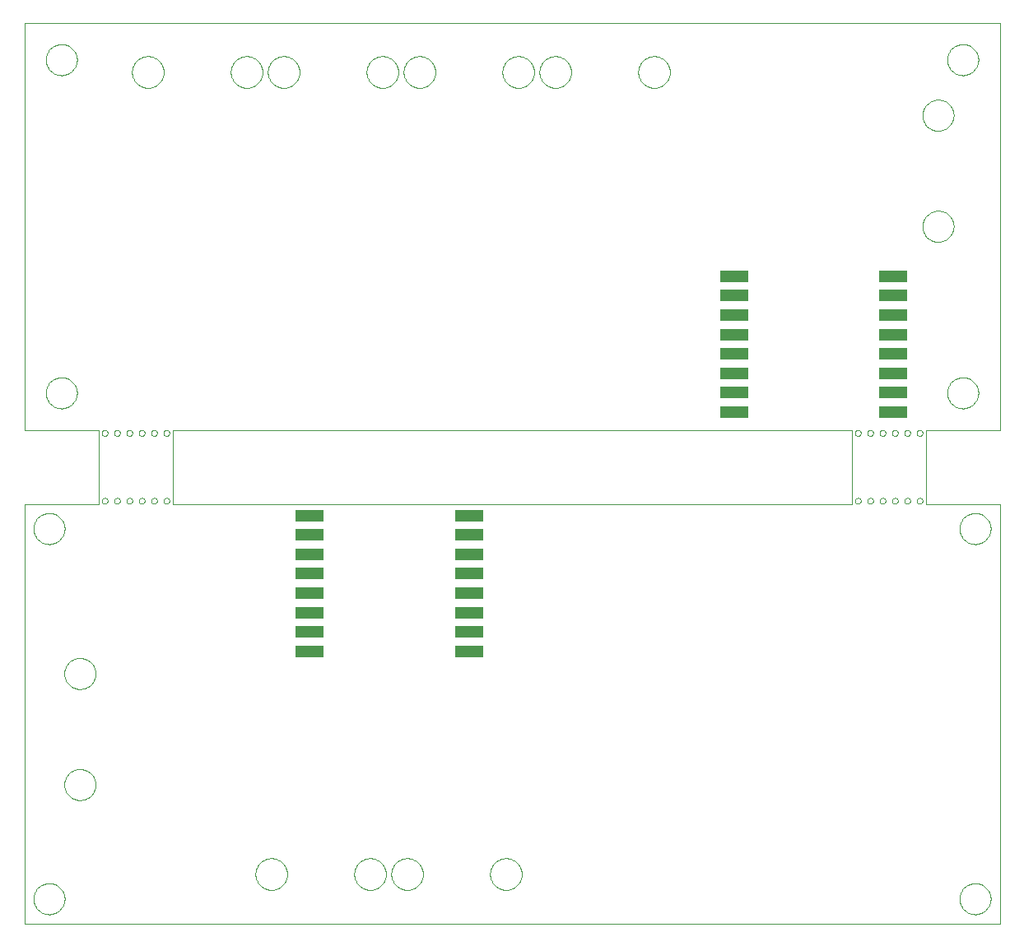
<source format=gbp>
G75*
G70*
%OFA0B0*%
%FSLAX24Y24*%
%IPPOS*%
%LPD*%
%AMOC8*
5,1,8,0,0,1.08239X$1,22.5*
%
%ADD10C,0.0000*%
%ADD11R,0.1181X0.0472*%
D10*
X002142Y009407D02*
X002142Y026407D01*
X005142Y026407D01*
X005142Y029407D01*
X002142Y029407D01*
X002142Y045907D01*
X041642Y045907D01*
X041642Y029407D01*
X038642Y029407D01*
X038642Y026407D01*
X041642Y026407D01*
X041642Y009407D01*
X002142Y009407D01*
X002512Y010407D02*
X002514Y010457D01*
X002520Y010507D01*
X002530Y010556D01*
X002544Y010604D01*
X002561Y010651D01*
X002582Y010696D01*
X002607Y010740D01*
X002635Y010781D01*
X002667Y010820D01*
X002701Y010857D01*
X002738Y010891D01*
X002778Y010921D01*
X002820Y010948D01*
X002864Y010972D01*
X002910Y010993D01*
X002957Y011009D01*
X003005Y011022D01*
X003055Y011031D01*
X003104Y011036D01*
X003155Y011037D01*
X003205Y011034D01*
X003254Y011027D01*
X003303Y011016D01*
X003351Y011001D01*
X003397Y010983D01*
X003442Y010961D01*
X003485Y010935D01*
X003526Y010906D01*
X003565Y010874D01*
X003601Y010839D01*
X003633Y010801D01*
X003663Y010761D01*
X003690Y010718D01*
X003713Y010674D01*
X003732Y010628D01*
X003748Y010580D01*
X003760Y010531D01*
X003768Y010482D01*
X003772Y010432D01*
X003772Y010382D01*
X003768Y010332D01*
X003760Y010283D01*
X003748Y010234D01*
X003732Y010186D01*
X003713Y010140D01*
X003690Y010096D01*
X003663Y010053D01*
X003633Y010013D01*
X003601Y009975D01*
X003565Y009940D01*
X003526Y009908D01*
X003485Y009879D01*
X003442Y009853D01*
X003397Y009831D01*
X003351Y009813D01*
X003303Y009798D01*
X003254Y009787D01*
X003205Y009780D01*
X003155Y009777D01*
X003104Y009778D01*
X003055Y009783D01*
X003005Y009792D01*
X002957Y009805D01*
X002910Y009821D01*
X002864Y009842D01*
X002820Y009866D01*
X002778Y009893D01*
X002738Y009923D01*
X002701Y009957D01*
X002667Y009994D01*
X002635Y010033D01*
X002607Y010074D01*
X002582Y010118D01*
X002561Y010163D01*
X002544Y010210D01*
X002530Y010258D01*
X002520Y010307D01*
X002514Y010357D01*
X002512Y010407D01*
X003762Y015032D02*
X003764Y015082D01*
X003770Y015132D01*
X003780Y015181D01*
X003794Y015229D01*
X003811Y015276D01*
X003832Y015321D01*
X003857Y015365D01*
X003885Y015406D01*
X003917Y015445D01*
X003951Y015482D01*
X003988Y015516D01*
X004028Y015546D01*
X004070Y015573D01*
X004114Y015597D01*
X004160Y015618D01*
X004207Y015634D01*
X004255Y015647D01*
X004305Y015656D01*
X004354Y015661D01*
X004405Y015662D01*
X004455Y015659D01*
X004504Y015652D01*
X004553Y015641D01*
X004601Y015626D01*
X004647Y015608D01*
X004692Y015586D01*
X004735Y015560D01*
X004776Y015531D01*
X004815Y015499D01*
X004851Y015464D01*
X004883Y015426D01*
X004913Y015386D01*
X004940Y015343D01*
X004963Y015299D01*
X004982Y015253D01*
X004998Y015205D01*
X005010Y015156D01*
X005018Y015107D01*
X005022Y015057D01*
X005022Y015007D01*
X005018Y014957D01*
X005010Y014908D01*
X004998Y014859D01*
X004982Y014811D01*
X004963Y014765D01*
X004940Y014721D01*
X004913Y014678D01*
X004883Y014638D01*
X004851Y014600D01*
X004815Y014565D01*
X004776Y014533D01*
X004735Y014504D01*
X004692Y014478D01*
X004647Y014456D01*
X004601Y014438D01*
X004553Y014423D01*
X004504Y014412D01*
X004455Y014405D01*
X004405Y014402D01*
X004354Y014403D01*
X004305Y014408D01*
X004255Y014417D01*
X004207Y014430D01*
X004160Y014446D01*
X004114Y014467D01*
X004070Y014491D01*
X004028Y014518D01*
X003988Y014548D01*
X003951Y014582D01*
X003917Y014619D01*
X003885Y014658D01*
X003857Y014699D01*
X003832Y014743D01*
X003811Y014788D01*
X003794Y014835D01*
X003780Y014883D01*
X003770Y014932D01*
X003764Y014982D01*
X003762Y015032D01*
X003762Y019532D02*
X003764Y019582D01*
X003770Y019632D01*
X003780Y019681D01*
X003794Y019729D01*
X003811Y019776D01*
X003832Y019821D01*
X003857Y019865D01*
X003885Y019906D01*
X003917Y019945D01*
X003951Y019982D01*
X003988Y020016D01*
X004028Y020046D01*
X004070Y020073D01*
X004114Y020097D01*
X004160Y020118D01*
X004207Y020134D01*
X004255Y020147D01*
X004305Y020156D01*
X004354Y020161D01*
X004405Y020162D01*
X004455Y020159D01*
X004504Y020152D01*
X004553Y020141D01*
X004601Y020126D01*
X004647Y020108D01*
X004692Y020086D01*
X004735Y020060D01*
X004776Y020031D01*
X004815Y019999D01*
X004851Y019964D01*
X004883Y019926D01*
X004913Y019886D01*
X004940Y019843D01*
X004963Y019799D01*
X004982Y019753D01*
X004998Y019705D01*
X005010Y019656D01*
X005018Y019607D01*
X005022Y019557D01*
X005022Y019507D01*
X005018Y019457D01*
X005010Y019408D01*
X004998Y019359D01*
X004982Y019311D01*
X004963Y019265D01*
X004940Y019221D01*
X004913Y019178D01*
X004883Y019138D01*
X004851Y019100D01*
X004815Y019065D01*
X004776Y019033D01*
X004735Y019004D01*
X004692Y018978D01*
X004647Y018956D01*
X004601Y018938D01*
X004553Y018923D01*
X004504Y018912D01*
X004455Y018905D01*
X004405Y018902D01*
X004354Y018903D01*
X004305Y018908D01*
X004255Y018917D01*
X004207Y018930D01*
X004160Y018946D01*
X004114Y018967D01*
X004070Y018991D01*
X004028Y019018D01*
X003988Y019048D01*
X003951Y019082D01*
X003917Y019119D01*
X003885Y019158D01*
X003857Y019199D01*
X003832Y019243D01*
X003811Y019288D01*
X003794Y019335D01*
X003780Y019383D01*
X003770Y019432D01*
X003764Y019482D01*
X003762Y019532D01*
X002512Y025407D02*
X002514Y025457D01*
X002520Y025507D01*
X002530Y025556D01*
X002544Y025604D01*
X002561Y025651D01*
X002582Y025696D01*
X002607Y025740D01*
X002635Y025781D01*
X002667Y025820D01*
X002701Y025857D01*
X002738Y025891D01*
X002778Y025921D01*
X002820Y025948D01*
X002864Y025972D01*
X002910Y025993D01*
X002957Y026009D01*
X003005Y026022D01*
X003055Y026031D01*
X003104Y026036D01*
X003155Y026037D01*
X003205Y026034D01*
X003254Y026027D01*
X003303Y026016D01*
X003351Y026001D01*
X003397Y025983D01*
X003442Y025961D01*
X003485Y025935D01*
X003526Y025906D01*
X003565Y025874D01*
X003601Y025839D01*
X003633Y025801D01*
X003663Y025761D01*
X003690Y025718D01*
X003713Y025674D01*
X003732Y025628D01*
X003748Y025580D01*
X003760Y025531D01*
X003768Y025482D01*
X003772Y025432D01*
X003772Y025382D01*
X003768Y025332D01*
X003760Y025283D01*
X003748Y025234D01*
X003732Y025186D01*
X003713Y025140D01*
X003690Y025096D01*
X003663Y025053D01*
X003633Y025013D01*
X003601Y024975D01*
X003565Y024940D01*
X003526Y024908D01*
X003485Y024879D01*
X003442Y024853D01*
X003397Y024831D01*
X003351Y024813D01*
X003303Y024798D01*
X003254Y024787D01*
X003205Y024780D01*
X003155Y024777D01*
X003104Y024778D01*
X003055Y024783D01*
X003005Y024792D01*
X002957Y024805D01*
X002910Y024821D01*
X002864Y024842D01*
X002820Y024866D01*
X002778Y024893D01*
X002738Y024923D01*
X002701Y024957D01*
X002667Y024994D01*
X002635Y025033D01*
X002607Y025074D01*
X002582Y025118D01*
X002561Y025163D01*
X002544Y025210D01*
X002530Y025258D01*
X002520Y025307D01*
X002514Y025357D01*
X002512Y025407D01*
X005274Y026532D02*
X005276Y026553D01*
X005282Y026573D01*
X005291Y026593D01*
X005303Y026610D01*
X005318Y026624D01*
X005336Y026636D01*
X005356Y026644D01*
X005376Y026649D01*
X005397Y026650D01*
X005418Y026647D01*
X005438Y026641D01*
X005457Y026630D01*
X005474Y026617D01*
X005487Y026601D01*
X005498Y026583D01*
X005506Y026563D01*
X005510Y026543D01*
X005510Y026521D01*
X005506Y026501D01*
X005498Y026481D01*
X005487Y026463D01*
X005474Y026447D01*
X005457Y026434D01*
X005438Y026423D01*
X005418Y026417D01*
X005397Y026414D01*
X005376Y026415D01*
X005356Y026420D01*
X005336Y026428D01*
X005318Y026440D01*
X005303Y026454D01*
X005291Y026471D01*
X005282Y026491D01*
X005276Y026511D01*
X005274Y026532D01*
X005774Y026532D02*
X005776Y026553D01*
X005782Y026573D01*
X005791Y026593D01*
X005803Y026610D01*
X005818Y026624D01*
X005836Y026636D01*
X005856Y026644D01*
X005876Y026649D01*
X005897Y026650D01*
X005918Y026647D01*
X005938Y026641D01*
X005957Y026630D01*
X005974Y026617D01*
X005987Y026601D01*
X005998Y026583D01*
X006006Y026563D01*
X006010Y026543D01*
X006010Y026521D01*
X006006Y026501D01*
X005998Y026481D01*
X005987Y026463D01*
X005974Y026447D01*
X005957Y026434D01*
X005938Y026423D01*
X005918Y026417D01*
X005897Y026414D01*
X005876Y026415D01*
X005856Y026420D01*
X005836Y026428D01*
X005818Y026440D01*
X005803Y026454D01*
X005791Y026471D01*
X005782Y026491D01*
X005776Y026511D01*
X005774Y026532D01*
X006274Y026532D02*
X006276Y026553D01*
X006282Y026573D01*
X006291Y026593D01*
X006303Y026610D01*
X006318Y026624D01*
X006336Y026636D01*
X006356Y026644D01*
X006376Y026649D01*
X006397Y026650D01*
X006418Y026647D01*
X006438Y026641D01*
X006457Y026630D01*
X006474Y026617D01*
X006487Y026601D01*
X006498Y026583D01*
X006506Y026563D01*
X006510Y026543D01*
X006510Y026521D01*
X006506Y026501D01*
X006498Y026481D01*
X006487Y026463D01*
X006474Y026447D01*
X006457Y026434D01*
X006438Y026423D01*
X006418Y026417D01*
X006397Y026414D01*
X006376Y026415D01*
X006356Y026420D01*
X006336Y026428D01*
X006318Y026440D01*
X006303Y026454D01*
X006291Y026471D01*
X006282Y026491D01*
X006276Y026511D01*
X006274Y026532D01*
X006774Y026532D02*
X006776Y026553D01*
X006782Y026573D01*
X006791Y026593D01*
X006803Y026610D01*
X006818Y026624D01*
X006836Y026636D01*
X006856Y026644D01*
X006876Y026649D01*
X006897Y026650D01*
X006918Y026647D01*
X006938Y026641D01*
X006957Y026630D01*
X006974Y026617D01*
X006987Y026601D01*
X006998Y026583D01*
X007006Y026563D01*
X007010Y026543D01*
X007010Y026521D01*
X007006Y026501D01*
X006998Y026481D01*
X006987Y026463D01*
X006974Y026447D01*
X006957Y026434D01*
X006938Y026423D01*
X006918Y026417D01*
X006897Y026414D01*
X006876Y026415D01*
X006856Y026420D01*
X006836Y026428D01*
X006818Y026440D01*
X006803Y026454D01*
X006791Y026471D01*
X006782Y026491D01*
X006776Y026511D01*
X006774Y026532D01*
X007274Y026532D02*
X007276Y026553D01*
X007282Y026573D01*
X007291Y026593D01*
X007303Y026610D01*
X007318Y026624D01*
X007336Y026636D01*
X007356Y026644D01*
X007376Y026649D01*
X007397Y026650D01*
X007418Y026647D01*
X007438Y026641D01*
X007457Y026630D01*
X007474Y026617D01*
X007487Y026601D01*
X007498Y026583D01*
X007506Y026563D01*
X007510Y026543D01*
X007510Y026521D01*
X007506Y026501D01*
X007498Y026481D01*
X007487Y026463D01*
X007474Y026447D01*
X007457Y026434D01*
X007438Y026423D01*
X007418Y026417D01*
X007397Y026414D01*
X007376Y026415D01*
X007356Y026420D01*
X007336Y026428D01*
X007318Y026440D01*
X007303Y026454D01*
X007291Y026471D01*
X007282Y026491D01*
X007276Y026511D01*
X007274Y026532D01*
X007774Y026532D02*
X007776Y026553D01*
X007782Y026573D01*
X007791Y026593D01*
X007803Y026610D01*
X007818Y026624D01*
X007836Y026636D01*
X007856Y026644D01*
X007876Y026649D01*
X007897Y026650D01*
X007918Y026647D01*
X007938Y026641D01*
X007957Y026630D01*
X007974Y026617D01*
X007987Y026601D01*
X007998Y026583D01*
X008006Y026563D01*
X008010Y026543D01*
X008010Y026521D01*
X008006Y026501D01*
X007998Y026481D01*
X007987Y026463D01*
X007974Y026447D01*
X007957Y026434D01*
X007938Y026423D01*
X007918Y026417D01*
X007897Y026414D01*
X007876Y026415D01*
X007856Y026420D01*
X007836Y026428D01*
X007818Y026440D01*
X007803Y026454D01*
X007791Y026471D01*
X007782Y026491D01*
X007776Y026511D01*
X007774Y026532D01*
X008142Y026407D02*
X008142Y029407D01*
X035642Y029407D01*
X035642Y026407D01*
X008142Y026407D01*
X007774Y029282D02*
X007776Y029303D01*
X007782Y029323D01*
X007791Y029343D01*
X007803Y029360D01*
X007818Y029374D01*
X007836Y029386D01*
X007856Y029394D01*
X007876Y029399D01*
X007897Y029400D01*
X007918Y029397D01*
X007938Y029391D01*
X007957Y029380D01*
X007974Y029367D01*
X007987Y029351D01*
X007998Y029333D01*
X008006Y029313D01*
X008010Y029293D01*
X008010Y029271D01*
X008006Y029251D01*
X007998Y029231D01*
X007987Y029213D01*
X007974Y029197D01*
X007957Y029184D01*
X007938Y029173D01*
X007918Y029167D01*
X007897Y029164D01*
X007876Y029165D01*
X007856Y029170D01*
X007836Y029178D01*
X007818Y029190D01*
X007803Y029204D01*
X007791Y029221D01*
X007782Y029241D01*
X007776Y029261D01*
X007774Y029282D01*
X007274Y029282D02*
X007276Y029303D01*
X007282Y029323D01*
X007291Y029343D01*
X007303Y029360D01*
X007318Y029374D01*
X007336Y029386D01*
X007356Y029394D01*
X007376Y029399D01*
X007397Y029400D01*
X007418Y029397D01*
X007438Y029391D01*
X007457Y029380D01*
X007474Y029367D01*
X007487Y029351D01*
X007498Y029333D01*
X007506Y029313D01*
X007510Y029293D01*
X007510Y029271D01*
X007506Y029251D01*
X007498Y029231D01*
X007487Y029213D01*
X007474Y029197D01*
X007457Y029184D01*
X007438Y029173D01*
X007418Y029167D01*
X007397Y029164D01*
X007376Y029165D01*
X007356Y029170D01*
X007336Y029178D01*
X007318Y029190D01*
X007303Y029204D01*
X007291Y029221D01*
X007282Y029241D01*
X007276Y029261D01*
X007274Y029282D01*
X006774Y029282D02*
X006776Y029303D01*
X006782Y029323D01*
X006791Y029343D01*
X006803Y029360D01*
X006818Y029374D01*
X006836Y029386D01*
X006856Y029394D01*
X006876Y029399D01*
X006897Y029400D01*
X006918Y029397D01*
X006938Y029391D01*
X006957Y029380D01*
X006974Y029367D01*
X006987Y029351D01*
X006998Y029333D01*
X007006Y029313D01*
X007010Y029293D01*
X007010Y029271D01*
X007006Y029251D01*
X006998Y029231D01*
X006987Y029213D01*
X006974Y029197D01*
X006957Y029184D01*
X006938Y029173D01*
X006918Y029167D01*
X006897Y029164D01*
X006876Y029165D01*
X006856Y029170D01*
X006836Y029178D01*
X006818Y029190D01*
X006803Y029204D01*
X006791Y029221D01*
X006782Y029241D01*
X006776Y029261D01*
X006774Y029282D01*
X006274Y029282D02*
X006276Y029303D01*
X006282Y029323D01*
X006291Y029343D01*
X006303Y029360D01*
X006318Y029374D01*
X006336Y029386D01*
X006356Y029394D01*
X006376Y029399D01*
X006397Y029400D01*
X006418Y029397D01*
X006438Y029391D01*
X006457Y029380D01*
X006474Y029367D01*
X006487Y029351D01*
X006498Y029333D01*
X006506Y029313D01*
X006510Y029293D01*
X006510Y029271D01*
X006506Y029251D01*
X006498Y029231D01*
X006487Y029213D01*
X006474Y029197D01*
X006457Y029184D01*
X006438Y029173D01*
X006418Y029167D01*
X006397Y029164D01*
X006376Y029165D01*
X006356Y029170D01*
X006336Y029178D01*
X006318Y029190D01*
X006303Y029204D01*
X006291Y029221D01*
X006282Y029241D01*
X006276Y029261D01*
X006274Y029282D01*
X005774Y029282D02*
X005776Y029303D01*
X005782Y029323D01*
X005791Y029343D01*
X005803Y029360D01*
X005818Y029374D01*
X005836Y029386D01*
X005856Y029394D01*
X005876Y029399D01*
X005897Y029400D01*
X005918Y029397D01*
X005938Y029391D01*
X005957Y029380D01*
X005974Y029367D01*
X005987Y029351D01*
X005998Y029333D01*
X006006Y029313D01*
X006010Y029293D01*
X006010Y029271D01*
X006006Y029251D01*
X005998Y029231D01*
X005987Y029213D01*
X005974Y029197D01*
X005957Y029184D01*
X005938Y029173D01*
X005918Y029167D01*
X005897Y029164D01*
X005876Y029165D01*
X005856Y029170D01*
X005836Y029178D01*
X005818Y029190D01*
X005803Y029204D01*
X005791Y029221D01*
X005782Y029241D01*
X005776Y029261D01*
X005774Y029282D01*
X005274Y029282D02*
X005276Y029303D01*
X005282Y029323D01*
X005291Y029343D01*
X005303Y029360D01*
X005318Y029374D01*
X005336Y029386D01*
X005356Y029394D01*
X005376Y029399D01*
X005397Y029400D01*
X005418Y029397D01*
X005438Y029391D01*
X005457Y029380D01*
X005474Y029367D01*
X005487Y029351D01*
X005498Y029333D01*
X005506Y029313D01*
X005510Y029293D01*
X005510Y029271D01*
X005506Y029251D01*
X005498Y029231D01*
X005487Y029213D01*
X005474Y029197D01*
X005457Y029184D01*
X005438Y029173D01*
X005418Y029167D01*
X005397Y029164D01*
X005376Y029165D01*
X005356Y029170D01*
X005336Y029178D01*
X005318Y029190D01*
X005303Y029204D01*
X005291Y029221D01*
X005282Y029241D01*
X005276Y029261D01*
X005274Y029282D01*
X003012Y030907D02*
X003014Y030957D01*
X003020Y031007D01*
X003030Y031056D01*
X003044Y031104D01*
X003061Y031151D01*
X003082Y031196D01*
X003107Y031240D01*
X003135Y031281D01*
X003167Y031320D01*
X003201Y031357D01*
X003238Y031391D01*
X003278Y031421D01*
X003320Y031448D01*
X003364Y031472D01*
X003410Y031493D01*
X003457Y031509D01*
X003505Y031522D01*
X003555Y031531D01*
X003604Y031536D01*
X003655Y031537D01*
X003705Y031534D01*
X003754Y031527D01*
X003803Y031516D01*
X003851Y031501D01*
X003897Y031483D01*
X003942Y031461D01*
X003985Y031435D01*
X004026Y031406D01*
X004065Y031374D01*
X004101Y031339D01*
X004133Y031301D01*
X004163Y031261D01*
X004190Y031218D01*
X004213Y031174D01*
X004232Y031128D01*
X004248Y031080D01*
X004260Y031031D01*
X004268Y030982D01*
X004272Y030932D01*
X004272Y030882D01*
X004268Y030832D01*
X004260Y030783D01*
X004248Y030734D01*
X004232Y030686D01*
X004213Y030640D01*
X004190Y030596D01*
X004163Y030553D01*
X004133Y030513D01*
X004101Y030475D01*
X004065Y030440D01*
X004026Y030408D01*
X003985Y030379D01*
X003942Y030353D01*
X003897Y030331D01*
X003851Y030313D01*
X003803Y030298D01*
X003754Y030287D01*
X003705Y030280D01*
X003655Y030277D01*
X003604Y030278D01*
X003555Y030283D01*
X003505Y030292D01*
X003457Y030305D01*
X003410Y030321D01*
X003364Y030342D01*
X003320Y030366D01*
X003278Y030393D01*
X003238Y030423D01*
X003201Y030457D01*
X003167Y030494D01*
X003135Y030533D01*
X003107Y030574D01*
X003082Y030618D01*
X003061Y030663D01*
X003044Y030710D01*
X003030Y030758D01*
X003020Y030807D01*
X003014Y030857D01*
X003012Y030907D01*
X006502Y043907D02*
X006504Y043957D01*
X006510Y044007D01*
X006520Y044056D01*
X006533Y044105D01*
X006551Y044152D01*
X006572Y044198D01*
X006596Y044241D01*
X006624Y044283D01*
X006655Y044323D01*
X006689Y044360D01*
X006726Y044394D01*
X006766Y044425D01*
X006808Y044453D01*
X006851Y044477D01*
X006897Y044498D01*
X006944Y044516D01*
X006993Y044529D01*
X007042Y044539D01*
X007092Y044545D01*
X007142Y044547D01*
X007192Y044545D01*
X007242Y044539D01*
X007291Y044529D01*
X007340Y044516D01*
X007387Y044498D01*
X007433Y044477D01*
X007476Y044453D01*
X007518Y044425D01*
X007558Y044394D01*
X007595Y044360D01*
X007629Y044323D01*
X007660Y044283D01*
X007688Y044241D01*
X007712Y044198D01*
X007733Y044152D01*
X007751Y044105D01*
X007764Y044056D01*
X007774Y044007D01*
X007780Y043957D01*
X007782Y043907D01*
X007780Y043857D01*
X007774Y043807D01*
X007764Y043758D01*
X007751Y043709D01*
X007733Y043662D01*
X007712Y043616D01*
X007688Y043573D01*
X007660Y043531D01*
X007629Y043491D01*
X007595Y043454D01*
X007558Y043420D01*
X007518Y043389D01*
X007476Y043361D01*
X007433Y043337D01*
X007387Y043316D01*
X007340Y043298D01*
X007291Y043285D01*
X007242Y043275D01*
X007192Y043269D01*
X007142Y043267D01*
X007092Y043269D01*
X007042Y043275D01*
X006993Y043285D01*
X006944Y043298D01*
X006897Y043316D01*
X006851Y043337D01*
X006808Y043361D01*
X006766Y043389D01*
X006726Y043420D01*
X006689Y043454D01*
X006655Y043491D01*
X006624Y043531D01*
X006596Y043573D01*
X006572Y043616D01*
X006551Y043662D01*
X006533Y043709D01*
X006520Y043758D01*
X006510Y043807D01*
X006504Y043857D01*
X006502Y043907D01*
X003012Y044407D02*
X003014Y044457D01*
X003020Y044507D01*
X003030Y044556D01*
X003044Y044604D01*
X003061Y044651D01*
X003082Y044696D01*
X003107Y044740D01*
X003135Y044781D01*
X003167Y044820D01*
X003201Y044857D01*
X003238Y044891D01*
X003278Y044921D01*
X003320Y044948D01*
X003364Y044972D01*
X003410Y044993D01*
X003457Y045009D01*
X003505Y045022D01*
X003555Y045031D01*
X003604Y045036D01*
X003655Y045037D01*
X003705Y045034D01*
X003754Y045027D01*
X003803Y045016D01*
X003851Y045001D01*
X003897Y044983D01*
X003942Y044961D01*
X003985Y044935D01*
X004026Y044906D01*
X004065Y044874D01*
X004101Y044839D01*
X004133Y044801D01*
X004163Y044761D01*
X004190Y044718D01*
X004213Y044674D01*
X004232Y044628D01*
X004248Y044580D01*
X004260Y044531D01*
X004268Y044482D01*
X004272Y044432D01*
X004272Y044382D01*
X004268Y044332D01*
X004260Y044283D01*
X004248Y044234D01*
X004232Y044186D01*
X004213Y044140D01*
X004190Y044096D01*
X004163Y044053D01*
X004133Y044013D01*
X004101Y043975D01*
X004065Y043940D01*
X004026Y043908D01*
X003985Y043879D01*
X003942Y043853D01*
X003897Y043831D01*
X003851Y043813D01*
X003803Y043798D01*
X003754Y043787D01*
X003705Y043780D01*
X003655Y043777D01*
X003604Y043778D01*
X003555Y043783D01*
X003505Y043792D01*
X003457Y043805D01*
X003410Y043821D01*
X003364Y043842D01*
X003320Y043866D01*
X003278Y043893D01*
X003238Y043923D01*
X003201Y043957D01*
X003167Y043994D01*
X003135Y044033D01*
X003107Y044074D01*
X003082Y044118D01*
X003061Y044163D01*
X003044Y044210D01*
X003030Y044258D01*
X003020Y044307D01*
X003014Y044357D01*
X003012Y044407D01*
X010502Y043907D02*
X010504Y043957D01*
X010510Y044007D01*
X010520Y044056D01*
X010533Y044105D01*
X010551Y044152D01*
X010572Y044198D01*
X010596Y044241D01*
X010624Y044283D01*
X010655Y044323D01*
X010689Y044360D01*
X010726Y044394D01*
X010766Y044425D01*
X010808Y044453D01*
X010851Y044477D01*
X010897Y044498D01*
X010944Y044516D01*
X010993Y044529D01*
X011042Y044539D01*
X011092Y044545D01*
X011142Y044547D01*
X011192Y044545D01*
X011242Y044539D01*
X011291Y044529D01*
X011340Y044516D01*
X011387Y044498D01*
X011433Y044477D01*
X011476Y044453D01*
X011518Y044425D01*
X011558Y044394D01*
X011595Y044360D01*
X011629Y044323D01*
X011660Y044283D01*
X011688Y044241D01*
X011712Y044198D01*
X011733Y044152D01*
X011751Y044105D01*
X011764Y044056D01*
X011774Y044007D01*
X011780Y043957D01*
X011782Y043907D01*
X011780Y043857D01*
X011774Y043807D01*
X011764Y043758D01*
X011751Y043709D01*
X011733Y043662D01*
X011712Y043616D01*
X011688Y043573D01*
X011660Y043531D01*
X011629Y043491D01*
X011595Y043454D01*
X011558Y043420D01*
X011518Y043389D01*
X011476Y043361D01*
X011433Y043337D01*
X011387Y043316D01*
X011340Y043298D01*
X011291Y043285D01*
X011242Y043275D01*
X011192Y043269D01*
X011142Y043267D01*
X011092Y043269D01*
X011042Y043275D01*
X010993Y043285D01*
X010944Y043298D01*
X010897Y043316D01*
X010851Y043337D01*
X010808Y043361D01*
X010766Y043389D01*
X010726Y043420D01*
X010689Y043454D01*
X010655Y043491D01*
X010624Y043531D01*
X010596Y043573D01*
X010572Y043616D01*
X010551Y043662D01*
X010533Y043709D01*
X010520Y043758D01*
X010510Y043807D01*
X010504Y043857D01*
X010502Y043907D01*
X012002Y043907D02*
X012004Y043957D01*
X012010Y044007D01*
X012020Y044056D01*
X012033Y044105D01*
X012051Y044152D01*
X012072Y044198D01*
X012096Y044241D01*
X012124Y044283D01*
X012155Y044323D01*
X012189Y044360D01*
X012226Y044394D01*
X012266Y044425D01*
X012308Y044453D01*
X012351Y044477D01*
X012397Y044498D01*
X012444Y044516D01*
X012493Y044529D01*
X012542Y044539D01*
X012592Y044545D01*
X012642Y044547D01*
X012692Y044545D01*
X012742Y044539D01*
X012791Y044529D01*
X012840Y044516D01*
X012887Y044498D01*
X012933Y044477D01*
X012976Y044453D01*
X013018Y044425D01*
X013058Y044394D01*
X013095Y044360D01*
X013129Y044323D01*
X013160Y044283D01*
X013188Y044241D01*
X013212Y044198D01*
X013233Y044152D01*
X013251Y044105D01*
X013264Y044056D01*
X013274Y044007D01*
X013280Y043957D01*
X013282Y043907D01*
X013280Y043857D01*
X013274Y043807D01*
X013264Y043758D01*
X013251Y043709D01*
X013233Y043662D01*
X013212Y043616D01*
X013188Y043573D01*
X013160Y043531D01*
X013129Y043491D01*
X013095Y043454D01*
X013058Y043420D01*
X013018Y043389D01*
X012976Y043361D01*
X012933Y043337D01*
X012887Y043316D01*
X012840Y043298D01*
X012791Y043285D01*
X012742Y043275D01*
X012692Y043269D01*
X012642Y043267D01*
X012592Y043269D01*
X012542Y043275D01*
X012493Y043285D01*
X012444Y043298D01*
X012397Y043316D01*
X012351Y043337D01*
X012308Y043361D01*
X012266Y043389D01*
X012226Y043420D01*
X012189Y043454D01*
X012155Y043491D01*
X012124Y043531D01*
X012096Y043573D01*
X012072Y043616D01*
X012051Y043662D01*
X012033Y043709D01*
X012020Y043758D01*
X012010Y043807D01*
X012004Y043857D01*
X012002Y043907D01*
X016002Y043907D02*
X016004Y043957D01*
X016010Y044007D01*
X016020Y044056D01*
X016033Y044105D01*
X016051Y044152D01*
X016072Y044198D01*
X016096Y044241D01*
X016124Y044283D01*
X016155Y044323D01*
X016189Y044360D01*
X016226Y044394D01*
X016266Y044425D01*
X016308Y044453D01*
X016351Y044477D01*
X016397Y044498D01*
X016444Y044516D01*
X016493Y044529D01*
X016542Y044539D01*
X016592Y044545D01*
X016642Y044547D01*
X016692Y044545D01*
X016742Y044539D01*
X016791Y044529D01*
X016840Y044516D01*
X016887Y044498D01*
X016933Y044477D01*
X016976Y044453D01*
X017018Y044425D01*
X017058Y044394D01*
X017095Y044360D01*
X017129Y044323D01*
X017160Y044283D01*
X017188Y044241D01*
X017212Y044198D01*
X017233Y044152D01*
X017251Y044105D01*
X017264Y044056D01*
X017274Y044007D01*
X017280Y043957D01*
X017282Y043907D01*
X017280Y043857D01*
X017274Y043807D01*
X017264Y043758D01*
X017251Y043709D01*
X017233Y043662D01*
X017212Y043616D01*
X017188Y043573D01*
X017160Y043531D01*
X017129Y043491D01*
X017095Y043454D01*
X017058Y043420D01*
X017018Y043389D01*
X016976Y043361D01*
X016933Y043337D01*
X016887Y043316D01*
X016840Y043298D01*
X016791Y043285D01*
X016742Y043275D01*
X016692Y043269D01*
X016642Y043267D01*
X016592Y043269D01*
X016542Y043275D01*
X016493Y043285D01*
X016444Y043298D01*
X016397Y043316D01*
X016351Y043337D01*
X016308Y043361D01*
X016266Y043389D01*
X016226Y043420D01*
X016189Y043454D01*
X016155Y043491D01*
X016124Y043531D01*
X016096Y043573D01*
X016072Y043616D01*
X016051Y043662D01*
X016033Y043709D01*
X016020Y043758D01*
X016010Y043807D01*
X016004Y043857D01*
X016002Y043907D01*
X017502Y043907D02*
X017504Y043957D01*
X017510Y044007D01*
X017520Y044056D01*
X017533Y044105D01*
X017551Y044152D01*
X017572Y044198D01*
X017596Y044241D01*
X017624Y044283D01*
X017655Y044323D01*
X017689Y044360D01*
X017726Y044394D01*
X017766Y044425D01*
X017808Y044453D01*
X017851Y044477D01*
X017897Y044498D01*
X017944Y044516D01*
X017993Y044529D01*
X018042Y044539D01*
X018092Y044545D01*
X018142Y044547D01*
X018192Y044545D01*
X018242Y044539D01*
X018291Y044529D01*
X018340Y044516D01*
X018387Y044498D01*
X018433Y044477D01*
X018476Y044453D01*
X018518Y044425D01*
X018558Y044394D01*
X018595Y044360D01*
X018629Y044323D01*
X018660Y044283D01*
X018688Y044241D01*
X018712Y044198D01*
X018733Y044152D01*
X018751Y044105D01*
X018764Y044056D01*
X018774Y044007D01*
X018780Y043957D01*
X018782Y043907D01*
X018780Y043857D01*
X018774Y043807D01*
X018764Y043758D01*
X018751Y043709D01*
X018733Y043662D01*
X018712Y043616D01*
X018688Y043573D01*
X018660Y043531D01*
X018629Y043491D01*
X018595Y043454D01*
X018558Y043420D01*
X018518Y043389D01*
X018476Y043361D01*
X018433Y043337D01*
X018387Y043316D01*
X018340Y043298D01*
X018291Y043285D01*
X018242Y043275D01*
X018192Y043269D01*
X018142Y043267D01*
X018092Y043269D01*
X018042Y043275D01*
X017993Y043285D01*
X017944Y043298D01*
X017897Y043316D01*
X017851Y043337D01*
X017808Y043361D01*
X017766Y043389D01*
X017726Y043420D01*
X017689Y043454D01*
X017655Y043491D01*
X017624Y043531D01*
X017596Y043573D01*
X017572Y043616D01*
X017551Y043662D01*
X017533Y043709D01*
X017520Y043758D01*
X017510Y043807D01*
X017504Y043857D01*
X017502Y043907D01*
X021502Y043907D02*
X021504Y043957D01*
X021510Y044007D01*
X021520Y044056D01*
X021533Y044105D01*
X021551Y044152D01*
X021572Y044198D01*
X021596Y044241D01*
X021624Y044283D01*
X021655Y044323D01*
X021689Y044360D01*
X021726Y044394D01*
X021766Y044425D01*
X021808Y044453D01*
X021851Y044477D01*
X021897Y044498D01*
X021944Y044516D01*
X021993Y044529D01*
X022042Y044539D01*
X022092Y044545D01*
X022142Y044547D01*
X022192Y044545D01*
X022242Y044539D01*
X022291Y044529D01*
X022340Y044516D01*
X022387Y044498D01*
X022433Y044477D01*
X022476Y044453D01*
X022518Y044425D01*
X022558Y044394D01*
X022595Y044360D01*
X022629Y044323D01*
X022660Y044283D01*
X022688Y044241D01*
X022712Y044198D01*
X022733Y044152D01*
X022751Y044105D01*
X022764Y044056D01*
X022774Y044007D01*
X022780Y043957D01*
X022782Y043907D01*
X022780Y043857D01*
X022774Y043807D01*
X022764Y043758D01*
X022751Y043709D01*
X022733Y043662D01*
X022712Y043616D01*
X022688Y043573D01*
X022660Y043531D01*
X022629Y043491D01*
X022595Y043454D01*
X022558Y043420D01*
X022518Y043389D01*
X022476Y043361D01*
X022433Y043337D01*
X022387Y043316D01*
X022340Y043298D01*
X022291Y043285D01*
X022242Y043275D01*
X022192Y043269D01*
X022142Y043267D01*
X022092Y043269D01*
X022042Y043275D01*
X021993Y043285D01*
X021944Y043298D01*
X021897Y043316D01*
X021851Y043337D01*
X021808Y043361D01*
X021766Y043389D01*
X021726Y043420D01*
X021689Y043454D01*
X021655Y043491D01*
X021624Y043531D01*
X021596Y043573D01*
X021572Y043616D01*
X021551Y043662D01*
X021533Y043709D01*
X021520Y043758D01*
X021510Y043807D01*
X021504Y043857D01*
X021502Y043907D01*
X023002Y043907D02*
X023004Y043957D01*
X023010Y044007D01*
X023020Y044056D01*
X023033Y044105D01*
X023051Y044152D01*
X023072Y044198D01*
X023096Y044241D01*
X023124Y044283D01*
X023155Y044323D01*
X023189Y044360D01*
X023226Y044394D01*
X023266Y044425D01*
X023308Y044453D01*
X023351Y044477D01*
X023397Y044498D01*
X023444Y044516D01*
X023493Y044529D01*
X023542Y044539D01*
X023592Y044545D01*
X023642Y044547D01*
X023692Y044545D01*
X023742Y044539D01*
X023791Y044529D01*
X023840Y044516D01*
X023887Y044498D01*
X023933Y044477D01*
X023976Y044453D01*
X024018Y044425D01*
X024058Y044394D01*
X024095Y044360D01*
X024129Y044323D01*
X024160Y044283D01*
X024188Y044241D01*
X024212Y044198D01*
X024233Y044152D01*
X024251Y044105D01*
X024264Y044056D01*
X024274Y044007D01*
X024280Y043957D01*
X024282Y043907D01*
X024280Y043857D01*
X024274Y043807D01*
X024264Y043758D01*
X024251Y043709D01*
X024233Y043662D01*
X024212Y043616D01*
X024188Y043573D01*
X024160Y043531D01*
X024129Y043491D01*
X024095Y043454D01*
X024058Y043420D01*
X024018Y043389D01*
X023976Y043361D01*
X023933Y043337D01*
X023887Y043316D01*
X023840Y043298D01*
X023791Y043285D01*
X023742Y043275D01*
X023692Y043269D01*
X023642Y043267D01*
X023592Y043269D01*
X023542Y043275D01*
X023493Y043285D01*
X023444Y043298D01*
X023397Y043316D01*
X023351Y043337D01*
X023308Y043361D01*
X023266Y043389D01*
X023226Y043420D01*
X023189Y043454D01*
X023155Y043491D01*
X023124Y043531D01*
X023096Y043573D01*
X023072Y043616D01*
X023051Y043662D01*
X023033Y043709D01*
X023020Y043758D01*
X023010Y043807D01*
X023004Y043857D01*
X023002Y043907D01*
X027002Y043907D02*
X027004Y043957D01*
X027010Y044007D01*
X027020Y044056D01*
X027033Y044105D01*
X027051Y044152D01*
X027072Y044198D01*
X027096Y044241D01*
X027124Y044283D01*
X027155Y044323D01*
X027189Y044360D01*
X027226Y044394D01*
X027266Y044425D01*
X027308Y044453D01*
X027351Y044477D01*
X027397Y044498D01*
X027444Y044516D01*
X027493Y044529D01*
X027542Y044539D01*
X027592Y044545D01*
X027642Y044547D01*
X027692Y044545D01*
X027742Y044539D01*
X027791Y044529D01*
X027840Y044516D01*
X027887Y044498D01*
X027933Y044477D01*
X027976Y044453D01*
X028018Y044425D01*
X028058Y044394D01*
X028095Y044360D01*
X028129Y044323D01*
X028160Y044283D01*
X028188Y044241D01*
X028212Y044198D01*
X028233Y044152D01*
X028251Y044105D01*
X028264Y044056D01*
X028274Y044007D01*
X028280Y043957D01*
X028282Y043907D01*
X028280Y043857D01*
X028274Y043807D01*
X028264Y043758D01*
X028251Y043709D01*
X028233Y043662D01*
X028212Y043616D01*
X028188Y043573D01*
X028160Y043531D01*
X028129Y043491D01*
X028095Y043454D01*
X028058Y043420D01*
X028018Y043389D01*
X027976Y043361D01*
X027933Y043337D01*
X027887Y043316D01*
X027840Y043298D01*
X027791Y043285D01*
X027742Y043275D01*
X027692Y043269D01*
X027642Y043267D01*
X027592Y043269D01*
X027542Y043275D01*
X027493Y043285D01*
X027444Y043298D01*
X027397Y043316D01*
X027351Y043337D01*
X027308Y043361D01*
X027266Y043389D01*
X027226Y043420D01*
X027189Y043454D01*
X027155Y043491D01*
X027124Y043531D01*
X027096Y043573D01*
X027072Y043616D01*
X027051Y043662D01*
X027033Y043709D01*
X027020Y043758D01*
X027010Y043807D01*
X027004Y043857D01*
X027002Y043907D01*
X038512Y042157D02*
X038514Y042207D01*
X038520Y042257D01*
X038530Y042306D01*
X038544Y042354D01*
X038561Y042401D01*
X038582Y042446D01*
X038607Y042490D01*
X038635Y042531D01*
X038667Y042570D01*
X038701Y042607D01*
X038738Y042641D01*
X038778Y042671D01*
X038820Y042698D01*
X038864Y042722D01*
X038910Y042743D01*
X038957Y042759D01*
X039005Y042772D01*
X039055Y042781D01*
X039104Y042786D01*
X039155Y042787D01*
X039205Y042784D01*
X039254Y042777D01*
X039303Y042766D01*
X039351Y042751D01*
X039397Y042733D01*
X039442Y042711D01*
X039485Y042685D01*
X039526Y042656D01*
X039565Y042624D01*
X039601Y042589D01*
X039633Y042551D01*
X039663Y042511D01*
X039690Y042468D01*
X039713Y042424D01*
X039732Y042378D01*
X039748Y042330D01*
X039760Y042281D01*
X039768Y042232D01*
X039772Y042182D01*
X039772Y042132D01*
X039768Y042082D01*
X039760Y042033D01*
X039748Y041984D01*
X039732Y041936D01*
X039713Y041890D01*
X039690Y041846D01*
X039663Y041803D01*
X039633Y041763D01*
X039601Y041725D01*
X039565Y041690D01*
X039526Y041658D01*
X039485Y041629D01*
X039442Y041603D01*
X039397Y041581D01*
X039351Y041563D01*
X039303Y041548D01*
X039254Y041537D01*
X039205Y041530D01*
X039155Y041527D01*
X039104Y041528D01*
X039055Y041533D01*
X039005Y041542D01*
X038957Y041555D01*
X038910Y041571D01*
X038864Y041592D01*
X038820Y041616D01*
X038778Y041643D01*
X038738Y041673D01*
X038701Y041707D01*
X038667Y041744D01*
X038635Y041783D01*
X038607Y041824D01*
X038582Y041868D01*
X038561Y041913D01*
X038544Y041960D01*
X038530Y042008D01*
X038520Y042057D01*
X038514Y042107D01*
X038512Y042157D01*
X039512Y044407D02*
X039514Y044457D01*
X039520Y044507D01*
X039530Y044556D01*
X039544Y044604D01*
X039561Y044651D01*
X039582Y044696D01*
X039607Y044740D01*
X039635Y044781D01*
X039667Y044820D01*
X039701Y044857D01*
X039738Y044891D01*
X039778Y044921D01*
X039820Y044948D01*
X039864Y044972D01*
X039910Y044993D01*
X039957Y045009D01*
X040005Y045022D01*
X040055Y045031D01*
X040104Y045036D01*
X040155Y045037D01*
X040205Y045034D01*
X040254Y045027D01*
X040303Y045016D01*
X040351Y045001D01*
X040397Y044983D01*
X040442Y044961D01*
X040485Y044935D01*
X040526Y044906D01*
X040565Y044874D01*
X040601Y044839D01*
X040633Y044801D01*
X040663Y044761D01*
X040690Y044718D01*
X040713Y044674D01*
X040732Y044628D01*
X040748Y044580D01*
X040760Y044531D01*
X040768Y044482D01*
X040772Y044432D01*
X040772Y044382D01*
X040768Y044332D01*
X040760Y044283D01*
X040748Y044234D01*
X040732Y044186D01*
X040713Y044140D01*
X040690Y044096D01*
X040663Y044053D01*
X040633Y044013D01*
X040601Y043975D01*
X040565Y043940D01*
X040526Y043908D01*
X040485Y043879D01*
X040442Y043853D01*
X040397Y043831D01*
X040351Y043813D01*
X040303Y043798D01*
X040254Y043787D01*
X040205Y043780D01*
X040155Y043777D01*
X040104Y043778D01*
X040055Y043783D01*
X040005Y043792D01*
X039957Y043805D01*
X039910Y043821D01*
X039864Y043842D01*
X039820Y043866D01*
X039778Y043893D01*
X039738Y043923D01*
X039701Y043957D01*
X039667Y043994D01*
X039635Y044033D01*
X039607Y044074D01*
X039582Y044118D01*
X039561Y044163D01*
X039544Y044210D01*
X039530Y044258D01*
X039520Y044307D01*
X039514Y044357D01*
X039512Y044407D01*
X038512Y037657D02*
X038514Y037707D01*
X038520Y037757D01*
X038530Y037806D01*
X038544Y037854D01*
X038561Y037901D01*
X038582Y037946D01*
X038607Y037990D01*
X038635Y038031D01*
X038667Y038070D01*
X038701Y038107D01*
X038738Y038141D01*
X038778Y038171D01*
X038820Y038198D01*
X038864Y038222D01*
X038910Y038243D01*
X038957Y038259D01*
X039005Y038272D01*
X039055Y038281D01*
X039104Y038286D01*
X039155Y038287D01*
X039205Y038284D01*
X039254Y038277D01*
X039303Y038266D01*
X039351Y038251D01*
X039397Y038233D01*
X039442Y038211D01*
X039485Y038185D01*
X039526Y038156D01*
X039565Y038124D01*
X039601Y038089D01*
X039633Y038051D01*
X039663Y038011D01*
X039690Y037968D01*
X039713Y037924D01*
X039732Y037878D01*
X039748Y037830D01*
X039760Y037781D01*
X039768Y037732D01*
X039772Y037682D01*
X039772Y037632D01*
X039768Y037582D01*
X039760Y037533D01*
X039748Y037484D01*
X039732Y037436D01*
X039713Y037390D01*
X039690Y037346D01*
X039663Y037303D01*
X039633Y037263D01*
X039601Y037225D01*
X039565Y037190D01*
X039526Y037158D01*
X039485Y037129D01*
X039442Y037103D01*
X039397Y037081D01*
X039351Y037063D01*
X039303Y037048D01*
X039254Y037037D01*
X039205Y037030D01*
X039155Y037027D01*
X039104Y037028D01*
X039055Y037033D01*
X039005Y037042D01*
X038957Y037055D01*
X038910Y037071D01*
X038864Y037092D01*
X038820Y037116D01*
X038778Y037143D01*
X038738Y037173D01*
X038701Y037207D01*
X038667Y037244D01*
X038635Y037283D01*
X038607Y037324D01*
X038582Y037368D01*
X038561Y037413D01*
X038544Y037460D01*
X038530Y037508D01*
X038520Y037557D01*
X038514Y037607D01*
X038512Y037657D01*
X039512Y030907D02*
X039514Y030957D01*
X039520Y031007D01*
X039530Y031056D01*
X039544Y031104D01*
X039561Y031151D01*
X039582Y031196D01*
X039607Y031240D01*
X039635Y031281D01*
X039667Y031320D01*
X039701Y031357D01*
X039738Y031391D01*
X039778Y031421D01*
X039820Y031448D01*
X039864Y031472D01*
X039910Y031493D01*
X039957Y031509D01*
X040005Y031522D01*
X040055Y031531D01*
X040104Y031536D01*
X040155Y031537D01*
X040205Y031534D01*
X040254Y031527D01*
X040303Y031516D01*
X040351Y031501D01*
X040397Y031483D01*
X040442Y031461D01*
X040485Y031435D01*
X040526Y031406D01*
X040565Y031374D01*
X040601Y031339D01*
X040633Y031301D01*
X040663Y031261D01*
X040690Y031218D01*
X040713Y031174D01*
X040732Y031128D01*
X040748Y031080D01*
X040760Y031031D01*
X040768Y030982D01*
X040772Y030932D01*
X040772Y030882D01*
X040768Y030832D01*
X040760Y030783D01*
X040748Y030734D01*
X040732Y030686D01*
X040713Y030640D01*
X040690Y030596D01*
X040663Y030553D01*
X040633Y030513D01*
X040601Y030475D01*
X040565Y030440D01*
X040526Y030408D01*
X040485Y030379D01*
X040442Y030353D01*
X040397Y030331D01*
X040351Y030313D01*
X040303Y030298D01*
X040254Y030287D01*
X040205Y030280D01*
X040155Y030277D01*
X040104Y030278D01*
X040055Y030283D01*
X040005Y030292D01*
X039957Y030305D01*
X039910Y030321D01*
X039864Y030342D01*
X039820Y030366D01*
X039778Y030393D01*
X039738Y030423D01*
X039701Y030457D01*
X039667Y030494D01*
X039635Y030533D01*
X039607Y030574D01*
X039582Y030618D01*
X039561Y030663D01*
X039544Y030710D01*
X039530Y030758D01*
X039520Y030807D01*
X039514Y030857D01*
X039512Y030907D01*
X038274Y029282D02*
X038276Y029303D01*
X038282Y029323D01*
X038291Y029343D01*
X038303Y029360D01*
X038318Y029374D01*
X038336Y029386D01*
X038356Y029394D01*
X038376Y029399D01*
X038397Y029400D01*
X038418Y029397D01*
X038438Y029391D01*
X038457Y029380D01*
X038474Y029367D01*
X038487Y029351D01*
X038498Y029333D01*
X038506Y029313D01*
X038510Y029293D01*
X038510Y029271D01*
X038506Y029251D01*
X038498Y029231D01*
X038487Y029213D01*
X038474Y029197D01*
X038457Y029184D01*
X038438Y029173D01*
X038418Y029167D01*
X038397Y029164D01*
X038376Y029165D01*
X038356Y029170D01*
X038336Y029178D01*
X038318Y029190D01*
X038303Y029204D01*
X038291Y029221D01*
X038282Y029241D01*
X038276Y029261D01*
X038274Y029282D01*
X037774Y029282D02*
X037776Y029303D01*
X037782Y029323D01*
X037791Y029343D01*
X037803Y029360D01*
X037818Y029374D01*
X037836Y029386D01*
X037856Y029394D01*
X037876Y029399D01*
X037897Y029400D01*
X037918Y029397D01*
X037938Y029391D01*
X037957Y029380D01*
X037974Y029367D01*
X037987Y029351D01*
X037998Y029333D01*
X038006Y029313D01*
X038010Y029293D01*
X038010Y029271D01*
X038006Y029251D01*
X037998Y029231D01*
X037987Y029213D01*
X037974Y029197D01*
X037957Y029184D01*
X037938Y029173D01*
X037918Y029167D01*
X037897Y029164D01*
X037876Y029165D01*
X037856Y029170D01*
X037836Y029178D01*
X037818Y029190D01*
X037803Y029204D01*
X037791Y029221D01*
X037782Y029241D01*
X037776Y029261D01*
X037774Y029282D01*
X037274Y029282D02*
X037276Y029303D01*
X037282Y029323D01*
X037291Y029343D01*
X037303Y029360D01*
X037318Y029374D01*
X037336Y029386D01*
X037356Y029394D01*
X037376Y029399D01*
X037397Y029400D01*
X037418Y029397D01*
X037438Y029391D01*
X037457Y029380D01*
X037474Y029367D01*
X037487Y029351D01*
X037498Y029333D01*
X037506Y029313D01*
X037510Y029293D01*
X037510Y029271D01*
X037506Y029251D01*
X037498Y029231D01*
X037487Y029213D01*
X037474Y029197D01*
X037457Y029184D01*
X037438Y029173D01*
X037418Y029167D01*
X037397Y029164D01*
X037376Y029165D01*
X037356Y029170D01*
X037336Y029178D01*
X037318Y029190D01*
X037303Y029204D01*
X037291Y029221D01*
X037282Y029241D01*
X037276Y029261D01*
X037274Y029282D01*
X036774Y029282D02*
X036776Y029303D01*
X036782Y029323D01*
X036791Y029343D01*
X036803Y029360D01*
X036818Y029374D01*
X036836Y029386D01*
X036856Y029394D01*
X036876Y029399D01*
X036897Y029400D01*
X036918Y029397D01*
X036938Y029391D01*
X036957Y029380D01*
X036974Y029367D01*
X036987Y029351D01*
X036998Y029333D01*
X037006Y029313D01*
X037010Y029293D01*
X037010Y029271D01*
X037006Y029251D01*
X036998Y029231D01*
X036987Y029213D01*
X036974Y029197D01*
X036957Y029184D01*
X036938Y029173D01*
X036918Y029167D01*
X036897Y029164D01*
X036876Y029165D01*
X036856Y029170D01*
X036836Y029178D01*
X036818Y029190D01*
X036803Y029204D01*
X036791Y029221D01*
X036782Y029241D01*
X036776Y029261D01*
X036774Y029282D01*
X036274Y029282D02*
X036276Y029303D01*
X036282Y029323D01*
X036291Y029343D01*
X036303Y029360D01*
X036318Y029374D01*
X036336Y029386D01*
X036356Y029394D01*
X036376Y029399D01*
X036397Y029400D01*
X036418Y029397D01*
X036438Y029391D01*
X036457Y029380D01*
X036474Y029367D01*
X036487Y029351D01*
X036498Y029333D01*
X036506Y029313D01*
X036510Y029293D01*
X036510Y029271D01*
X036506Y029251D01*
X036498Y029231D01*
X036487Y029213D01*
X036474Y029197D01*
X036457Y029184D01*
X036438Y029173D01*
X036418Y029167D01*
X036397Y029164D01*
X036376Y029165D01*
X036356Y029170D01*
X036336Y029178D01*
X036318Y029190D01*
X036303Y029204D01*
X036291Y029221D01*
X036282Y029241D01*
X036276Y029261D01*
X036274Y029282D01*
X035774Y029282D02*
X035776Y029303D01*
X035782Y029323D01*
X035791Y029343D01*
X035803Y029360D01*
X035818Y029374D01*
X035836Y029386D01*
X035856Y029394D01*
X035876Y029399D01*
X035897Y029400D01*
X035918Y029397D01*
X035938Y029391D01*
X035957Y029380D01*
X035974Y029367D01*
X035987Y029351D01*
X035998Y029333D01*
X036006Y029313D01*
X036010Y029293D01*
X036010Y029271D01*
X036006Y029251D01*
X035998Y029231D01*
X035987Y029213D01*
X035974Y029197D01*
X035957Y029184D01*
X035938Y029173D01*
X035918Y029167D01*
X035897Y029164D01*
X035876Y029165D01*
X035856Y029170D01*
X035836Y029178D01*
X035818Y029190D01*
X035803Y029204D01*
X035791Y029221D01*
X035782Y029241D01*
X035776Y029261D01*
X035774Y029282D01*
X035774Y026532D02*
X035776Y026553D01*
X035782Y026573D01*
X035791Y026593D01*
X035803Y026610D01*
X035818Y026624D01*
X035836Y026636D01*
X035856Y026644D01*
X035876Y026649D01*
X035897Y026650D01*
X035918Y026647D01*
X035938Y026641D01*
X035957Y026630D01*
X035974Y026617D01*
X035987Y026601D01*
X035998Y026583D01*
X036006Y026563D01*
X036010Y026543D01*
X036010Y026521D01*
X036006Y026501D01*
X035998Y026481D01*
X035987Y026463D01*
X035974Y026447D01*
X035957Y026434D01*
X035938Y026423D01*
X035918Y026417D01*
X035897Y026414D01*
X035876Y026415D01*
X035856Y026420D01*
X035836Y026428D01*
X035818Y026440D01*
X035803Y026454D01*
X035791Y026471D01*
X035782Y026491D01*
X035776Y026511D01*
X035774Y026532D01*
X036274Y026532D02*
X036276Y026553D01*
X036282Y026573D01*
X036291Y026593D01*
X036303Y026610D01*
X036318Y026624D01*
X036336Y026636D01*
X036356Y026644D01*
X036376Y026649D01*
X036397Y026650D01*
X036418Y026647D01*
X036438Y026641D01*
X036457Y026630D01*
X036474Y026617D01*
X036487Y026601D01*
X036498Y026583D01*
X036506Y026563D01*
X036510Y026543D01*
X036510Y026521D01*
X036506Y026501D01*
X036498Y026481D01*
X036487Y026463D01*
X036474Y026447D01*
X036457Y026434D01*
X036438Y026423D01*
X036418Y026417D01*
X036397Y026414D01*
X036376Y026415D01*
X036356Y026420D01*
X036336Y026428D01*
X036318Y026440D01*
X036303Y026454D01*
X036291Y026471D01*
X036282Y026491D01*
X036276Y026511D01*
X036274Y026532D01*
X036774Y026532D02*
X036776Y026553D01*
X036782Y026573D01*
X036791Y026593D01*
X036803Y026610D01*
X036818Y026624D01*
X036836Y026636D01*
X036856Y026644D01*
X036876Y026649D01*
X036897Y026650D01*
X036918Y026647D01*
X036938Y026641D01*
X036957Y026630D01*
X036974Y026617D01*
X036987Y026601D01*
X036998Y026583D01*
X037006Y026563D01*
X037010Y026543D01*
X037010Y026521D01*
X037006Y026501D01*
X036998Y026481D01*
X036987Y026463D01*
X036974Y026447D01*
X036957Y026434D01*
X036938Y026423D01*
X036918Y026417D01*
X036897Y026414D01*
X036876Y026415D01*
X036856Y026420D01*
X036836Y026428D01*
X036818Y026440D01*
X036803Y026454D01*
X036791Y026471D01*
X036782Y026491D01*
X036776Y026511D01*
X036774Y026532D01*
X037274Y026532D02*
X037276Y026553D01*
X037282Y026573D01*
X037291Y026593D01*
X037303Y026610D01*
X037318Y026624D01*
X037336Y026636D01*
X037356Y026644D01*
X037376Y026649D01*
X037397Y026650D01*
X037418Y026647D01*
X037438Y026641D01*
X037457Y026630D01*
X037474Y026617D01*
X037487Y026601D01*
X037498Y026583D01*
X037506Y026563D01*
X037510Y026543D01*
X037510Y026521D01*
X037506Y026501D01*
X037498Y026481D01*
X037487Y026463D01*
X037474Y026447D01*
X037457Y026434D01*
X037438Y026423D01*
X037418Y026417D01*
X037397Y026414D01*
X037376Y026415D01*
X037356Y026420D01*
X037336Y026428D01*
X037318Y026440D01*
X037303Y026454D01*
X037291Y026471D01*
X037282Y026491D01*
X037276Y026511D01*
X037274Y026532D01*
X037774Y026532D02*
X037776Y026553D01*
X037782Y026573D01*
X037791Y026593D01*
X037803Y026610D01*
X037818Y026624D01*
X037836Y026636D01*
X037856Y026644D01*
X037876Y026649D01*
X037897Y026650D01*
X037918Y026647D01*
X037938Y026641D01*
X037957Y026630D01*
X037974Y026617D01*
X037987Y026601D01*
X037998Y026583D01*
X038006Y026563D01*
X038010Y026543D01*
X038010Y026521D01*
X038006Y026501D01*
X037998Y026481D01*
X037987Y026463D01*
X037974Y026447D01*
X037957Y026434D01*
X037938Y026423D01*
X037918Y026417D01*
X037897Y026414D01*
X037876Y026415D01*
X037856Y026420D01*
X037836Y026428D01*
X037818Y026440D01*
X037803Y026454D01*
X037791Y026471D01*
X037782Y026491D01*
X037776Y026511D01*
X037774Y026532D01*
X038274Y026532D02*
X038276Y026553D01*
X038282Y026573D01*
X038291Y026593D01*
X038303Y026610D01*
X038318Y026624D01*
X038336Y026636D01*
X038356Y026644D01*
X038376Y026649D01*
X038397Y026650D01*
X038418Y026647D01*
X038438Y026641D01*
X038457Y026630D01*
X038474Y026617D01*
X038487Y026601D01*
X038498Y026583D01*
X038506Y026563D01*
X038510Y026543D01*
X038510Y026521D01*
X038506Y026501D01*
X038498Y026481D01*
X038487Y026463D01*
X038474Y026447D01*
X038457Y026434D01*
X038438Y026423D01*
X038418Y026417D01*
X038397Y026414D01*
X038376Y026415D01*
X038356Y026420D01*
X038336Y026428D01*
X038318Y026440D01*
X038303Y026454D01*
X038291Y026471D01*
X038282Y026491D01*
X038276Y026511D01*
X038274Y026532D01*
X040012Y025407D02*
X040014Y025457D01*
X040020Y025507D01*
X040030Y025556D01*
X040044Y025604D01*
X040061Y025651D01*
X040082Y025696D01*
X040107Y025740D01*
X040135Y025781D01*
X040167Y025820D01*
X040201Y025857D01*
X040238Y025891D01*
X040278Y025921D01*
X040320Y025948D01*
X040364Y025972D01*
X040410Y025993D01*
X040457Y026009D01*
X040505Y026022D01*
X040555Y026031D01*
X040604Y026036D01*
X040655Y026037D01*
X040705Y026034D01*
X040754Y026027D01*
X040803Y026016D01*
X040851Y026001D01*
X040897Y025983D01*
X040942Y025961D01*
X040985Y025935D01*
X041026Y025906D01*
X041065Y025874D01*
X041101Y025839D01*
X041133Y025801D01*
X041163Y025761D01*
X041190Y025718D01*
X041213Y025674D01*
X041232Y025628D01*
X041248Y025580D01*
X041260Y025531D01*
X041268Y025482D01*
X041272Y025432D01*
X041272Y025382D01*
X041268Y025332D01*
X041260Y025283D01*
X041248Y025234D01*
X041232Y025186D01*
X041213Y025140D01*
X041190Y025096D01*
X041163Y025053D01*
X041133Y025013D01*
X041101Y024975D01*
X041065Y024940D01*
X041026Y024908D01*
X040985Y024879D01*
X040942Y024853D01*
X040897Y024831D01*
X040851Y024813D01*
X040803Y024798D01*
X040754Y024787D01*
X040705Y024780D01*
X040655Y024777D01*
X040604Y024778D01*
X040555Y024783D01*
X040505Y024792D01*
X040457Y024805D01*
X040410Y024821D01*
X040364Y024842D01*
X040320Y024866D01*
X040278Y024893D01*
X040238Y024923D01*
X040201Y024957D01*
X040167Y024994D01*
X040135Y025033D01*
X040107Y025074D01*
X040082Y025118D01*
X040061Y025163D01*
X040044Y025210D01*
X040030Y025258D01*
X040020Y025307D01*
X040014Y025357D01*
X040012Y025407D01*
X040012Y010407D02*
X040014Y010457D01*
X040020Y010507D01*
X040030Y010556D01*
X040044Y010604D01*
X040061Y010651D01*
X040082Y010696D01*
X040107Y010740D01*
X040135Y010781D01*
X040167Y010820D01*
X040201Y010857D01*
X040238Y010891D01*
X040278Y010921D01*
X040320Y010948D01*
X040364Y010972D01*
X040410Y010993D01*
X040457Y011009D01*
X040505Y011022D01*
X040555Y011031D01*
X040604Y011036D01*
X040655Y011037D01*
X040705Y011034D01*
X040754Y011027D01*
X040803Y011016D01*
X040851Y011001D01*
X040897Y010983D01*
X040942Y010961D01*
X040985Y010935D01*
X041026Y010906D01*
X041065Y010874D01*
X041101Y010839D01*
X041133Y010801D01*
X041163Y010761D01*
X041190Y010718D01*
X041213Y010674D01*
X041232Y010628D01*
X041248Y010580D01*
X041260Y010531D01*
X041268Y010482D01*
X041272Y010432D01*
X041272Y010382D01*
X041268Y010332D01*
X041260Y010283D01*
X041248Y010234D01*
X041232Y010186D01*
X041213Y010140D01*
X041190Y010096D01*
X041163Y010053D01*
X041133Y010013D01*
X041101Y009975D01*
X041065Y009940D01*
X041026Y009908D01*
X040985Y009879D01*
X040942Y009853D01*
X040897Y009831D01*
X040851Y009813D01*
X040803Y009798D01*
X040754Y009787D01*
X040705Y009780D01*
X040655Y009777D01*
X040604Y009778D01*
X040555Y009783D01*
X040505Y009792D01*
X040457Y009805D01*
X040410Y009821D01*
X040364Y009842D01*
X040320Y009866D01*
X040278Y009893D01*
X040238Y009923D01*
X040201Y009957D01*
X040167Y009994D01*
X040135Y010033D01*
X040107Y010074D01*
X040082Y010118D01*
X040061Y010163D01*
X040044Y010210D01*
X040030Y010258D01*
X040020Y010307D01*
X040014Y010357D01*
X040012Y010407D01*
X021002Y011407D02*
X021004Y011457D01*
X021010Y011507D01*
X021020Y011556D01*
X021033Y011605D01*
X021051Y011652D01*
X021072Y011698D01*
X021096Y011741D01*
X021124Y011783D01*
X021155Y011823D01*
X021189Y011860D01*
X021226Y011894D01*
X021266Y011925D01*
X021308Y011953D01*
X021351Y011977D01*
X021397Y011998D01*
X021444Y012016D01*
X021493Y012029D01*
X021542Y012039D01*
X021592Y012045D01*
X021642Y012047D01*
X021692Y012045D01*
X021742Y012039D01*
X021791Y012029D01*
X021840Y012016D01*
X021887Y011998D01*
X021933Y011977D01*
X021976Y011953D01*
X022018Y011925D01*
X022058Y011894D01*
X022095Y011860D01*
X022129Y011823D01*
X022160Y011783D01*
X022188Y011741D01*
X022212Y011698D01*
X022233Y011652D01*
X022251Y011605D01*
X022264Y011556D01*
X022274Y011507D01*
X022280Y011457D01*
X022282Y011407D01*
X022280Y011357D01*
X022274Y011307D01*
X022264Y011258D01*
X022251Y011209D01*
X022233Y011162D01*
X022212Y011116D01*
X022188Y011073D01*
X022160Y011031D01*
X022129Y010991D01*
X022095Y010954D01*
X022058Y010920D01*
X022018Y010889D01*
X021976Y010861D01*
X021933Y010837D01*
X021887Y010816D01*
X021840Y010798D01*
X021791Y010785D01*
X021742Y010775D01*
X021692Y010769D01*
X021642Y010767D01*
X021592Y010769D01*
X021542Y010775D01*
X021493Y010785D01*
X021444Y010798D01*
X021397Y010816D01*
X021351Y010837D01*
X021308Y010861D01*
X021266Y010889D01*
X021226Y010920D01*
X021189Y010954D01*
X021155Y010991D01*
X021124Y011031D01*
X021096Y011073D01*
X021072Y011116D01*
X021051Y011162D01*
X021033Y011209D01*
X021020Y011258D01*
X021010Y011307D01*
X021004Y011357D01*
X021002Y011407D01*
X017002Y011407D02*
X017004Y011457D01*
X017010Y011507D01*
X017020Y011556D01*
X017033Y011605D01*
X017051Y011652D01*
X017072Y011698D01*
X017096Y011741D01*
X017124Y011783D01*
X017155Y011823D01*
X017189Y011860D01*
X017226Y011894D01*
X017266Y011925D01*
X017308Y011953D01*
X017351Y011977D01*
X017397Y011998D01*
X017444Y012016D01*
X017493Y012029D01*
X017542Y012039D01*
X017592Y012045D01*
X017642Y012047D01*
X017692Y012045D01*
X017742Y012039D01*
X017791Y012029D01*
X017840Y012016D01*
X017887Y011998D01*
X017933Y011977D01*
X017976Y011953D01*
X018018Y011925D01*
X018058Y011894D01*
X018095Y011860D01*
X018129Y011823D01*
X018160Y011783D01*
X018188Y011741D01*
X018212Y011698D01*
X018233Y011652D01*
X018251Y011605D01*
X018264Y011556D01*
X018274Y011507D01*
X018280Y011457D01*
X018282Y011407D01*
X018280Y011357D01*
X018274Y011307D01*
X018264Y011258D01*
X018251Y011209D01*
X018233Y011162D01*
X018212Y011116D01*
X018188Y011073D01*
X018160Y011031D01*
X018129Y010991D01*
X018095Y010954D01*
X018058Y010920D01*
X018018Y010889D01*
X017976Y010861D01*
X017933Y010837D01*
X017887Y010816D01*
X017840Y010798D01*
X017791Y010785D01*
X017742Y010775D01*
X017692Y010769D01*
X017642Y010767D01*
X017592Y010769D01*
X017542Y010775D01*
X017493Y010785D01*
X017444Y010798D01*
X017397Y010816D01*
X017351Y010837D01*
X017308Y010861D01*
X017266Y010889D01*
X017226Y010920D01*
X017189Y010954D01*
X017155Y010991D01*
X017124Y011031D01*
X017096Y011073D01*
X017072Y011116D01*
X017051Y011162D01*
X017033Y011209D01*
X017020Y011258D01*
X017010Y011307D01*
X017004Y011357D01*
X017002Y011407D01*
X015502Y011407D02*
X015504Y011457D01*
X015510Y011507D01*
X015520Y011556D01*
X015533Y011605D01*
X015551Y011652D01*
X015572Y011698D01*
X015596Y011741D01*
X015624Y011783D01*
X015655Y011823D01*
X015689Y011860D01*
X015726Y011894D01*
X015766Y011925D01*
X015808Y011953D01*
X015851Y011977D01*
X015897Y011998D01*
X015944Y012016D01*
X015993Y012029D01*
X016042Y012039D01*
X016092Y012045D01*
X016142Y012047D01*
X016192Y012045D01*
X016242Y012039D01*
X016291Y012029D01*
X016340Y012016D01*
X016387Y011998D01*
X016433Y011977D01*
X016476Y011953D01*
X016518Y011925D01*
X016558Y011894D01*
X016595Y011860D01*
X016629Y011823D01*
X016660Y011783D01*
X016688Y011741D01*
X016712Y011698D01*
X016733Y011652D01*
X016751Y011605D01*
X016764Y011556D01*
X016774Y011507D01*
X016780Y011457D01*
X016782Y011407D01*
X016780Y011357D01*
X016774Y011307D01*
X016764Y011258D01*
X016751Y011209D01*
X016733Y011162D01*
X016712Y011116D01*
X016688Y011073D01*
X016660Y011031D01*
X016629Y010991D01*
X016595Y010954D01*
X016558Y010920D01*
X016518Y010889D01*
X016476Y010861D01*
X016433Y010837D01*
X016387Y010816D01*
X016340Y010798D01*
X016291Y010785D01*
X016242Y010775D01*
X016192Y010769D01*
X016142Y010767D01*
X016092Y010769D01*
X016042Y010775D01*
X015993Y010785D01*
X015944Y010798D01*
X015897Y010816D01*
X015851Y010837D01*
X015808Y010861D01*
X015766Y010889D01*
X015726Y010920D01*
X015689Y010954D01*
X015655Y010991D01*
X015624Y011031D01*
X015596Y011073D01*
X015572Y011116D01*
X015551Y011162D01*
X015533Y011209D01*
X015520Y011258D01*
X015510Y011307D01*
X015504Y011357D01*
X015502Y011407D01*
X011502Y011407D02*
X011504Y011457D01*
X011510Y011507D01*
X011520Y011556D01*
X011533Y011605D01*
X011551Y011652D01*
X011572Y011698D01*
X011596Y011741D01*
X011624Y011783D01*
X011655Y011823D01*
X011689Y011860D01*
X011726Y011894D01*
X011766Y011925D01*
X011808Y011953D01*
X011851Y011977D01*
X011897Y011998D01*
X011944Y012016D01*
X011993Y012029D01*
X012042Y012039D01*
X012092Y012045D01*
X012142Y012047D01*
X012192Y012045D01*
X012242Y012039D01*
X012291Y012029D01*
X012340Y012016D01*
X012387Y011998D01*
X012433Y011977D01*
X012476Y011953D01*
X012518Y011925D01*
X012558Y011894D01*
X012595Y011860D01*
X012629Y011823D01*
X012660Y011783D01*
X012688Y011741D01*
X012712Y011698D01*
X012733Y011652D01*
X012751Y011605D01*
X012764Y011556D01*
X012774Y011507D01*
X012780Y011457D01*
X012782Y011407D01*
X012780Y011357D01*
X012774Y011307D01*
X012764Y011258D01*
X012751Y011209D01*
X012733Y011162D01*
X012712Y011116D01*
X012688Y011073D01*
X012660Y011031D01*
X012629Y010991D01*
X012595Y010954D01*
X012558Y010920D01*
X012518Y010889D01*
X012476Y010861D01*
X012433Y010837D01*
X012387Y010816D01*
X012340Y010798D01*
X012291Y010785D01*
X012242Y010775D01*
X012192Y010769D01*
X012142Y010767D01*
X012092Y010769D01*
X012042Y010775D01*
X011993Y010785D01*
X011944Y010798D01*
X011897Y010816D01*
X011851Y010837D01*
X011808Y010861D01*
X011766Y010889D01*
X011726Y010920D01*
X011689Y010954D01*
X011655Y010991D01*
X011624Y011031D01*
X011596Y011073D01*
X011572Y011116D01*
X011551Y011162D01*
X011533Y011209D01*
X011520Y011258D01*
X011510Y011307D01*
X011504Y011357D01*
X011502Y011407D01*
D11*
X013703Y020428D03*
X013703Y021216D03*
X013703Y022003D03*
X013703Y022790D03*
X013703Y023578D03*
X013703Y024365D03*
X013703Y025153D03*
X013703Y025940D03*
X020160Y025940D03*
X020160Y025153D03*
X020160Y024365D03*
X020160Y023578D03*
X020160Y022790D03*
X020160Y022003D03*
X020160Y021216D03*
X020160Y020428D03*
X030874Y030123D03*
X030874Y030911D03*
X030874Y031698D03*
X030874Y032485D03*
X030874Y033273D03*
X030874Y034060D03*
X030874Y034848D03*
X030874Y035635D03*
X037331Y035635D03*
X037331Y034848D03*
X037331Y034060D03*
X037331Y033273D03*
X037331Y032485D03*
X037331Y031698D03*
X037331Y030911D03*
X037331Y030123D03*
M02*

</source>
